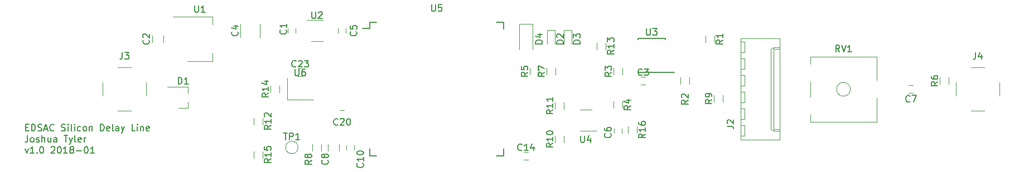
<source format=gbr>
G04 #@! TF.FileFunction,Legend,Top*
%FSLAX46Y46*%
G04 Gerber Fmt 4.6, Leading zero omitted, Abs format (unit mm)*
G04 Created by KiCad (PCBNEW 4.0.7) date 01/20/18 15:01:13*
%MOMM*%
%LPD*%
G01*
G04 APERTURE LIST*
%ADD10C,0.100000*%
%ADD11C,0.200000*%
%ADD12C,0.150000*%
%ADD13C,0.120000*%
G04 APERTURE END LIST*
D10*
D11*
X65008095Y-54108571D02*
X65341429Y-54108571D01*
X65484286Y-54632381D02*
X65008095Y-54632381D01*
X65008095Y-53632381D01*
X65484286Y-53632381D01*
X65912857Y-54632381D02*
X65912857Y-53632381D01*
X66150952Y-53632381D01*
X66293810Y-53680000D01*
X66389048Y-53775238D01*
X66436667Y-53870476D01*
X66484286Y-54060952D01*
X66484286Y-54203810D01*
X66436667Y-54394286D01*
X66389048Y-54489524D01*
X66293810Y-54584762D01*
X66150952Y-54632381D01*
X65912857Y-54632381D01*
X66865238Y-54584762D02*
X67008095Y-54632381D01*
X67246191Y-54632381D01*
X67341429Y-54584762D01*
X67389048Y-54537143D01*
X67436667Y-54441905D01*
X67436667Y-54346667D01*
X67389048Y-54251429D01*
X67341429Y-54203810D01*
X67246191Y-54156190D01*
X67055714Y-54108571D01*
X66960476Y-54060952D01*
X66912857Y-54013333D01*
X66865238Y-53918095D01*
X66865238Y-53822857D01*
X66912857Y-53727619D01*
X66960476Y-53680000D01*
X67055714Y-53632381D01*
X67293810Y-53632381D01*
X67436667Y-53680000D01*
X67817619Y-54346667D02*
X68293810Y-54346667D01*
X67722381Y-54632381D02*
X68055714Y-53632381D01*
X68389048Y-54632381D01*
X69293810Y-54537143D02*
X69246191Y-54584762D01*
X69103334Y-54632381D01*
X69008096Y-54632381D01*
X68865238Y-54584762D01*
X68770000Y-54489524D01*
X68722381Y-54394286D01*
X68674762Y-54203810D01*
X68674762Y-54060952D01*
X68722381Y-53870476D01*
X68770000Y-53775238D01*
X68865238Y-53680000D01*
X69008096Y-53632381D01*
X69103334Y-53632381D01*
X69246191Y-53680000D01*
X69293810Y-53727619D01*
X70436667Y-54584762D02*
X70579524Y-54632381D01*
X70817620Y-54632381D01*
X70912858Y-54584762D01*
X70960477Y-54537143D01*
X71008096Y-54441905D01*
X71008096Y-54346667D01*
X70960477Y-54251429D01*
X70912858Y-54203810D01*
X70817620Y-54156190D01*
X70627143Y-54108571D01*
X70531905Y-54060952D01*
X70484286Y-54013333D01*
X70436667Y-53918095D01*
X70436667Y-53822857D01*
X70484286Y-53727619D01*
X70531905Y-53680000D01*
X70627143Y-53632381D01*
X70865239Y-53632381D01*
X71008096Y-53680000D01*
X71436667Y-54632381D02*
X71436667Y-53965714D01*
X71436667Y-53632381D02*
X71389048Y-53680000D01*
X71436667Y-53727619D01*
X71484286Y-53680000D01*
X71436667Y-53632381D01*
X71436667Y-53727619D01*
X72055714Y-54632381D02*
X71960476Y-54584762D01*
X71912857Y-54489524D01*
X71912857Y-53632381D01*
X72436667Y-54632381D02*
X72436667Y-53965714D01*
X72436667Y-53632381D02*
X72389048Y-53680000D01*
X72436667Y-53727619D01*
X72484286Y-53680000D01*
X72436667Y-53632381D01*
X72436667Y-53727619D01*
X73341429Y-54584762D02*
X73246191Y-54632381D01*
X73055714Y-54632381D01*
X72960476Y-54584762D01*
X72912857Y-54537143D01*
X72865238Y-54441905D01*
X72865238Y-54156190D01*
X72912857Y-54060952D01*
X72960476Y-54013333D01*
X73055714Y-53965714D01*
X73246191Y-53965714D01*
X73341429Y-54013333D01*
X73912857Y-54632381D02*
X73817619Y-54584762D01*
X73770000Y-54537143D01*
X73722381Y-54441905D01*
X73722381Y-54156190D01*
X73770000Y-54060952D01*
X73817619Y-54013333D01*
X73912857Y-53965714D01*
X74055715Y-53965714D01*
X74150953Y-54013333D01*
X74198572Y-54060952D01*
X74246191Y-54156190D01*
X74246191Y-54441905D01*
X74198572Y-54537143D01*
X74150953Y-54584762D01*
X74055715Y-54632381D01*
X73912857Y-54632381D01*
X74674762Y-53965714D02*
X74674762Y-54632381D01*
X74674762Y-54060952D02*
X74722381Y-54013333D01*
X74817619Y-53965714D01*
X74960477Y-53965714D01*
X75055715Y-54013333D01*
X75103334Y-54108571D01*
X75103334Y-54632381D01*
X76341429Y-54632381D02*
X76341429Y-53632381D01*
X76579524Y-53632381D01*
X76722382Y-53680000D01*
X76817620Y-53775238D01*
X76865239Y-53870476D01*
X76912858Y-54060952D01*
X76912858Y-54203810D01*
X76865239Y-54394286D01*
X76817620Y-54489524D01*
X76722382Y-54584762D01*
X76579524Y-54632381D01*
X76341429Y-54632381D01*
X77722382Y-54584762D02*
X77627144Y-54632381D01*
X77436667Y-54632381D01*
X77341429Y-54584762D01*
X77293810Y-54489524D01*
X77293810Y-54108571D01*
X77341429Y-54013333D01*
X77436667Y-53965714D01*
X77627144Y-53965714D01*
X77722382Y-54013333D01*
X77770001Y-54108571D01*
X77770001Y-54203810D01*
X77293810Y-54299048D01*
X78341429Y-54632381D02*
X78246191Y-54584762D01*
X78198572Y-54489524D01*
X78198572Y-53632381D01*
X79150954Y-54632381D02*
X79150954Y-54108571D01*
X79103335Y-54013333D01*
X79008097Y-53965714D01*
X78817620Y-53965714D01*
X78722382Y-54013333D01*
X79150954Y-54584762D02*
X79055716Y-54632381D01*
X78817620Y-54632381D01*
X78722382Y-54584762D01*
X78674763Y-54489524D01*
X78674763Y-54394286D01*
X78722382Y-54299048D01*
X78817620Y-54251429D01*
X79055716Y-54251429D01*
X79150954Y-54203810D01*
X79531906Y-53965714D02*
X79770001Y-54632381D01*
X80008097Y-53965714D02*
X79770001Y-54632381D01*
X79674763Y-54870476D01*
X79627144Y-54918095D01*
X79531906Y-54965714D01*
X81627145Y-54632381D02*
X81150954Y-54632381D01*
X81150954Y-53632381D01*
X81960478Y-54632381D02*
X81960478Y-53965714D01*
X81960478Y-53632381D02*
X81912859Y-53680000D01*
X81960478Y-53727619D01*
X82008097Y-53680000D01*
X81960478Y-53632381D01*
X81960478Y-53727619D01*
X82436668Y-53965714D02*
X82436668Y-54632381D01*
X82436668Y-54060952D02*
X82484287Y-54013333D01*
X82579525Y-53965714D01*
X82722383Y-53965714D01*
X82817621Y-54013333D01*
X82865240Y-54108571D01*
X82865240Y-54632381D01*
X83722383Y-54584762D02*
X83627145Y-54632381D01*
X83436668Y-54632381D01*
X83341430Y-54584762D01*
X83293811Y-54489524D01*
X83293811Y-54108571D01*
X83341430Y-54013333D01*
X83436668Y-53965714D01*
X83627145Y-53965714D01*
X83722383Y-54013333D01*
X83770002Y-54108571D01*
X83770002Y-54203810D01*
X83293811Y-54299048D01*
X65293810Y-55332381D02*
X65293810Y-56046667D01*
X65246190Y-56189524D01*
X65150952Y-56284762D01*
X65008095Y-56332381D01*
X64912857Y-56332381D01*
X65912857Y-56332381D02*
X65817619Y-56284762D01*
X65770000Y-56237143D01*
X65722381Y-56141905D01*
X65722381Y-55856190D01*
X65770000Y-55760952D01*
X65817619Y-55713333D01*
X65912857Y-55665714D01*
X66055715Y-55665714D01*
X66150953Y-55713333D01*
X66198572Y-55760952D01*
X66246191Y-55856190D01*
X66246191Y-56141905D01*
X66198572Y-56237143D01*
X66150953Y-56284762D01*
X66055715Y-56332381D01*
X65912857Y-56332381D01*
X66627143Y-56284762D02*
X66722381Y-56332381D01*
X66912857Y-56332381D01*
X67008096Y-56284762D01*
X67055715Y-56189524D01*
X67055715Y-56141905D01*
X67008096Y-56046667D01*
X66912857Y-55999048D01*
X66770000Y-55999048D01*
X66674762Y-55951429D01*
X66627143Y-55856190D01*
X66627143Y-55808571D01*
X66674762Y-55713333D01*
X66770000Y-55665714D01*
X66912857Y-55665714D01*
X67008096Y-55713333D01*
X67484286Y-56332381D02*
X67484286Y-55332381D01*
X67912858Y-56332381D02*
X67912858Y-55808571D01*
X67865239Y-55713333D01*
X67770001Y-55665714D01*
X67627143Y-55665714D01*
X67531905Y-55713333D01*
X67484286Y-55760952D01*
X68817620Y-55665714D02*
X68817620Y-56332381D01*
X68389048Y-55665714D02*
X68389048Y-56189524D01*
X68436667Y-56284762D01*
X68531905Y-56332381D01*
X68674763Y-56332381D01*
X68770001Y-56284762D01*
X68817620Y-56237143D01*
X69722382Y-56332381D02*
X69722382Y-55808571D01*
X69674763Y-55713333D01*
X69579525Y-55665714D01*
X69389048Y-55665714D01*
X69293810Y-55713333D01*
X69722382Y-56284762D02*
X69627144Y-56332381D01*
X69389048Y-56332381D01*
X69293810Y-56284762D01*
X69246191Y-56189524D01*
X69246191Y-56094286D01*
X69293810Y-55999048D01*
X69389048Y-55951429D01*
X69627144Y-55951429D01*
X69722382Y-55903810D01*
X70817620Y-55332381D02*
X71389049Y-55332381D01*
X71103334Y-56332381D02*
X71103334Y-55332381D01*
X71627144Y-55665714D02*
X71865239Y-56332381D01*
X72103335Y-55665714D02*
X71865239Y-56332381D01*
X71770001Y-56570476D01*
X71722382Y-56618095D01*
X71627144Y-56665714D01*
X72627144Y-56332381D02*
X72531906Y-56284762D01*
X72484287Y-56189524D01*
X72484287Y-55332381D01*
X73389050Y-56284762D02*
X73293812Y-56332381D01*
X73103335Y-56332381D01*
X73008097Y-56284762D01*
X72960478Y-56189524D01*
X72960478Y-55808571D01*
X73008097Y-55713333D01*
X73103335Y-55665714D01*
X73293812Y-55665714D01*
X73389050Y-55713333D01*
X73436669Y-55808571D01*
X73436669Y-55903810D01*
X72960478Y-55999048D01*
X73865240Y-56332381D02*
X73865240Y-55665714D01*
X73865240Y-55856190D02*
X73912859Y-55760952D01*
X73960478Y-55713333D01*
X74055716Y-55665714D01*
X74150955Y-55665714D01*
X64912857Y-57365714D02*
X65150952Y-58032381D01*
X65389048Y-57365714D01*
X66293810Y-58032381D02*
X65722381Y-58032381D01*
X66008095Y-58032381D02*
X66008095Y-57032381D01*
X65912857Y-57175238D01*
X65817619Y-57270476D01*
X65722381Y-57318095D01*
X66722381Y-57937143D02*
X66770000Y-57984762D01*
X66722381Y-58032381D01*
X66674762Y-57984762D01*
X66722381Y-57937143D01*
X66722381Y-58032381D01*
X67389047Y-57032381D02*
X67484286Y-57032381D01*
X67579524Y-57080000D01*
X67627143Y-57127619D01*
X67674762Y-57222857D01*
X67722381Y-57413333D01*
X67722381Y-57651429D01*
X67674762Y-57841905D01*
X67627143Y-57937143D01*
X67579524Y-57984762D01*
X67484286Y-58032381D01*
X67389047Y-58032381D01*
X67293809Y-57984762D01*
X67246190Y-57937143D01*
X67198571Y-57841905D01*
X67150952Y-57651429D01*
X67150952Y-57413333D01*
X67198571Y-57222857D01*
X67246190Y-57127619D01*
X67293809Y-57080000D01*
X67389047Y-57032381D01*
X68865238Y-57127619D02*
X68912857Y-57080000D01*
X69008095Y-57032381D01*
X69246191Y-57032381D01*
X69341429Y-57080000D01*
X69389048Y-57127619D01*
X69436667Y-57222857D01*
X69436667Y-57318095D01*
X69389048Y-57460952D01*
X68817619Y-58032381D01*
X69436667Y-58032381D01*
X70055714Y-57032381D02*
X70150953Y-57032381D01*
X70246191Y-57080000D01*
X70293810Y-57127619D01*
X70341429Y-57222857D01*
X70389048Y-57413333D01*
X70389048Y-57651429D01*
X70341429Y-57841905D01*
X70293810Y-57937143D01*
X70246191Y-57984762D01*
X70150953Y-58032381D01*
X70055714Y-58032381D01*
X69960476Y-57984762D01*
X69912857Y-57937143D01*
X69865238Y-57841905D01*
X69817619Y-57651429D01*
X69817619Y-57413333D01*
X69865238Y-57222857D01*
X69912857Y-57127619D01*
X69960476Y-57080000D01*
X70055714Y-57032381D01*
X71341429Y-58032381D02*
X70770000Y-58032381D01*
X71055714Y-58032381D02*
X71055714Y-57032381D01*
X70960476Y-57175238D01*
X70865238Y-57270476D01*
X70770000Y-57318095D01*
X71912857Y-57460952D02*
X71817619Y-57413333D01*
X71770000Y-57365714D01*
X71722381Y-57270476D01*
X71722381Y-57222857D01*
X71770000Y-57127619D01*
X71817619Y-57080000D01*
X71912857Y-57032381D01*
X72103334Y-57032381D01*
X72198572Y-57080000D01*
X72246191Y-57127619D01*
X72293810Y-57222857D01*
X72293810Y-57270476D01*
X72246191Y-57365714D01*
X72198572Y-57413333D01*
X72103334Y-57460952D01*
X71912857Y-57460952D01*
X71817619Y-57508571D01*
X71770000Y-57556190D01*
X71722381Y-57651429D01*
X71722381Y-57841905D01*
X71770000Y-57937143D01*
X71817619Y-57984762D01*
X71912857Y-58032381D01*
X72103334Y-58032381D01*
X72198572Y-57984762D01*
X72246191Y-57937143D01*
X72293810Y-57841905D01*
X72293810Y-57651429D01*
X72246191Y-57556190D01*
X72198572Y-57508571D01*
X72103334Y-57460952D01*
X72722381Y-57651429D02*
X73484286Y-57651429D01*
X74150952Y-57032381D02*
X74246191Y-57032381D01*
X74341429Y-57080000D01*
X74389048Y-57127619D01*
X74436667Y-57222857D01*
X74484286Y-57413333D01*
X74484286Y-57651429D01*
X74436667Y-57841905D01*
X74389048Y-57937143D01*
X74341429Y-57984762D01*
X74246191Y-58032381D01*
X74150952Y-58032381D01*
X74055714Y-57984762D01*
X74008095Y-57937143D01*
X73960476Y-57841905D01*
X73912857Y-57651429D01*
X73912857Y-57413333D01*
X73960476Y-57222857D01*
X74008095Y-57127619D01*
X74055714Y-57080000D01*
X74150952Y-57032381D01*
X75436667Y-58032381D02*
X74865238Y-58032381D01*
X75150952Y-58032381D02*
X75150952Y-57032381D01*
X75055714Y-57175238D01*
X74960476Y-57270476D01*
X74865238Y-57318095D01*
D12*
X117215000Y-38085000D02*
X117215000Y-39085000D01*
X137565000Y-38085000D02*
X137565000Y-39160000D01*
X137565000Y-58435000D02*
X137565000Y-57360000D01*
X117215000Y-58435000D02*
X117215000Y-57360000D01*
X117215000Y-38085000D02*
X118290000Y-38085000D01*
X117215000Y-58435000D02*
X118290000Y-58435000D01*
X137565000Y-58435000D02*
X136490000Y-58435000D01*
X137565000Y-38085000D02*
X136490000Y-38085000D01*
X117215000Y-39085000D02*
X116115000Y-39085000D01*
D13*
X106010000Y-39020000D02*
X106010000Y-39720000D01*
X104810000Y-39720000D02*
X104810000Y-39020000D01*
X84240000Y-40140000D02*
X84240000Y-41140000D01*
X85940000Y-41140000D02*
X85940000Y-40140000D01*
X158400000Y-46390000D02*
X159100000Y-46390000D01*
X159100000Y-47590000D02*
X158400000Y-47590000D01*
X97580000Y-38370000D02*
X97580000Y-40370000D01*
X100540000Y-40370000D02*
X100540000Y-38370000D01*
X113630000Y-39020000D02*
X113630000Y-39720000D01*
X112430000Y-39720000D02*
X112430000Y-39020000D01*
X155540000Y-54260000D02*
X155540000Y-54960000D01*
X154340000Y-54960000D02*
X154340000Y-54260000D01*
X199740000Y-48860000D02*
X199040000Y-48860000D01*
X199040000Y-47660000D02*
X199740000Y-47660000D01*
X110910000Y-56650000D02*
X110910000Y-57650000D01*
X112610000Y-57650000D02*
X112610000Y-56650000D01*
X113700000Y-57500000D02*
X113700000Y-56800000D01*
X114900000Y-56800000D02*
X114900000Y-57500000D01*
X140620000Y-57820000D02*
X141320000Y-57820000D01*
X141320000Y-59020000D02*
X140620000Y-59020000D01*
X113380000Y-52670000D02*
X112680000Y-52670000D01*
X112680000Y-51470000D02*
X113380000Y-51470000D01*
X106330000Y-45120000D02*
X107030000Y-45120000D01*
X107030000Y-46320000D02*
X106330000Y-46320000D01*
X89660000Y-51110000D02*
X89660000Y-50180000D01*
X89660000Y-47950000D02*
X89660000Y-48880000D01*
X89660000Y-47950000D02*
X86500000Y-47950000D01*
X89660000Y-51110000D02*
X88200000Y-51110000D01*
X145350000Y-39340000D02*
X144210000Y-39340000D01*
X144210000Y-39340000D02*
X144210000Y-41440000D01*
X145350000Y-39340000D02*
X145350000Y-41440000D01*
X147890000Y-39340000D02*
X146750000Y-39340000D01*
X146750000Y-39340000D02*
X146750000Y-41440000D01*
X147890000Y-39340000D02*
X147890000Y-41440000D01*
X141970000Y-38390000D02*
X139970000Y-38390000D01*
X139970000Y-38390000D02*
X139970000Y-42290000D01*
X141970000Y-38390000D02*
X141970000Y-42290000D01*
X173510000Y-55980000D02*
X179510000Y-55980000D01*
X179510000Y-55980000D02*
X179510000Y-40540000D01*
X179510000Y-40540000D02*
X173510000Y-40540000D01*
X173510000Y-40540000D02*
X173510000Y-55980000D01*
X179510000Y-54610000D02*
X178510000Y-54610000D01*
X178510000Y-54610000D02*
X178510000Y-41910000D01*
X178510000Y-41910000D02*
X179510000Y-41910000D01*
X178510000Y-54610000D02*
X178080000Y-54360000D01*
X178080000Y-54360000D02*
X178080000Y-42160000D01*
X178080000Y-42160000D02*
X178510000Y-41910000D01*
X179510000Y-54360000D02*
X178510000Y-54360000D01*
X179510000Y-42160000D02*
X178510000Y-42160000D01*
X173510000Y-55410000D02*
X174130000Y-55410000D01*
X174130000Y-55410000D02*
X174130000Y-53810000D01*
X174130000Y-53810000D02*
X173510000Y-53810000D01*
X173510000Y-52870000D02*
X174130000Y-52870000D01*
X174130000Y-52870000D02*
X174130000Y-51270000D01*
X174130000Y-51270000D02*
X173510000Y-51270000D01*
X173510000Y-50330000D02*
X174130000Y-50330000D01*
X174130000Y-50330000D02*
X174130000Y-48730000D01*
X174130000Y-48730000D02*
X173510000Y-48730000D01*
X173510000Y-47790000D02*
X174130000Y-47790000D01*
X174130000Y-47790000D02*
X174130000Y-46190000D01*
X174130000Y-46190000D02*
X173510000Y-46190000D01*
X173510000Y-45250000D02*
X174130000Y-45250000D01*
X174130000Y-45250000D02*
X174130000Y-43650000D01*
X174130000Y-43650000D02*
X173510000Y-43650000D01*
X173510000Y-42710000D02*
X174130000Y-42710000D01*
X174130000Y-42710000D02*
X174130000Y-41110000D01*
X174130000Y-41110000D02*
X173510000Y-41110000D01*
X79010000Y-44960000D02*
X81010000Y-44960000D01*
X79010000Y-51560000D02*
X81010000Y-51560000D01*
X83310000Y-47260000D02*
X83310000Y-49260000D01*
X76710000Y-47260000D02*
X76710000Y-49260000D01*
X208550000Y-44960000D02*
X210550000Y-44960000D01*
X208550000Y-51560000D02*
X210550000Y-51560000D01*
X212850000Y-47260000D02*
X212850000Y-49260000D01*
X206250000Y-47260000D02*
X206250000Y-49260000D01*
X168230000Y-41140000D02*
X168230000Y-40140000D01*
X169590000Y-40140000D02*
X169590000Y-41140000D01*
X165780000Y-46490000D02*
X165780000Y-47490000D01*
X164420000Y-47490000D02*
X164420000Y-46490000D01*
X155620000Y-45050000D02*
X155620000Y-46050000D01*
X154260000Y-46050000D02*
X154260000Y-45050000D01*
X154260000Y-51130000D02*
X154260000Y-50130000D01*
X155620000Y-50130000D02*
X155620000Y-51130000D01*
X142920000Y-45050000D02*
X142920000Y-46050000D01*
X141560000Y-46050000D02*
X141560000Y-45050000D01*
X205150000Y-46490000D02*
X205150000Y-47490000D01*
X203790000Y-47490000D02*
X203790000Y-46490000D01*
X145460000Y-45050000D02*
X145460000Y-46050000D01*
X144100000Y-46050000D02*
X144100000Y-45050000D01*
X109900000Y-56650000D02*
X109900000Y-57650000D01*
X108540000Y-57650000D02*
X108540000Y-56650000D01*
X170860000Y-49200000D02*
X170860000Y-50200000D01*
X169500000Y-50200000D02*
X169500000Y-49200000D01*
X146730000Y-55380000D02*
X146730000Y-56380000D01*
X145370000Y-56380000D02*
X145370000Y-55380000D01*
X146730000Y-50300000D02*
X146730000Y-51300000D01*
X145370000Y-51300000D02*
X145370000Y-50300000D01*
X99650000Y-53670000D02*
X99650000Y-52670000D01*
X101010000Y-52670000D02*
X101010000Y-53670000D01*
X151720000Y-42240000D02*
X151720000Y-41240000D01*
X153080000Y-41240000D02*
X153080000Y-42240000D01*
X103550000Y-47760000D02*
X103550000Y-48760000D01*
X102190000Y-48760000D02*
X102190000Y-47760000D01*
X99650000Y-58750000D02*
X99650000Y-57750000D01*
X101010000Y-57750000D02*
X101010000Y-58750000D01*
X190200000Y-48300000D02*
G75*
G03X190200000Y-48300000I-1050000J0D01*
G01*
X184090000Y-43339000D02*
X194210000Y-43339000D01*
X184090000Y-53260000D02*
X194210000Y-53260000D01*
X184090000Y-43339000D02*
X184090000Y-44435000D01*
X184090000Y-47165000D02*
X184090000Y-49435000D01*
X184090000Y-52165000D02*
X184090000Y-53260000D01*
X194210000Y-43339000D02*
X194210000Y-46935000D01*
X194210000Y-49665000D02*
X194210000Y-53260000D01*
X106360000Y-57150000D02*
G75*
G03X106360000Y-57150000I-950000J0D01*
G01*
X93350000Y-44050000D02*
X93350000Y-42790000D01*
X93350000Y-37230000D02*
X93350000Y-38490000D01*
X89590000Y-44050000D02*
X93350000Y-44050000D01*
X87340000Y-37230000D02*
X93350000Y-37230000D01*
X108320000Y-40980000D02*
X110120000Y-40980000D01*
X110120000Y-37760000D02*
X107670000Y-37760000D01*
D12*
X162095000Y-45755000D02*
X162095000Y-45705000D01*
X157945000Y-45755000D02*
X157945000Y-45610000D01*
X157945000Y-40605000D02*
X157945000Y-40750000D01*
X162095000Y-40605000D02*
X162095000Y-40750000D01*
X162095000Y-45755000D02*
X157945000Y-45755000D01*
X162095000Y-40605000D02*
X157945000Y-40605000D01*
X162095000Y-45705000D02*
X163495000Y-45705000D01*
D13*
X150930000Y-51410000D02*
X149130000Y-51410000D01*
X149130000Y-54630000D02*
X151580000Y-54630000D01*
X104680000Y-46610000D02*
X104680000Y-49910000D01*
X104680000Y-49910000D02*
X108680000Y-49910000D01*
X156480000Y-54960000D02*
X156480000Y-53960000D01*
X157840000Y-53960000D02*
X157840000Y-54960000D01*
D12*
X126628095Y-35437381D02*
X126628095Y-36246905D01*
X126675714Y-36342143D01*
X126723333Y-36389762D01*
X126818571Y-36437381D01*
X127009048Y-36437381D01*
X127104286Y-36389762D01*
X127151905Y-36342143D01*
X127199524Y-36246905D01*
X127199524Y-35437381D01*
X128151905Y-35437381D02*
X127675714Y-35437381D01*
X127628095Y-35913571D01*
X127675714Y-35865952D01*
X127770952Y-35818333D01*
X128009048Y-35818333D01*
X128104286Y-35865952D01*
X128151905Y-35913571D01*
X128199524Y-36008810D01*
X128199524Y-36246905D01*
X128151905Y-36342143D01*
X128104286Y-36389762D01*
X128009048Y-36437381D01*
X127770952Y-36437381D01*
X127675714Y-36389762D01*
X127628095Y-36342143D01*
X104497143Y-39282666D02*
X104544762Y-39330285D01*
X104592381Y-39473142D01*
X104592381Y-39568380D01*
X104544762Y-39711238D01*
X104449524Y-39806476D01*
X104354286Y-39854095D01*
X104163810Y-39901714D01*
X104020952Y-39901714D01*
X103830476Y-39854095D01*
X103735238Y-39806476D01*
X103640000Y-39711238D01*
X103592381Y-39568380D01*
X103592381Y-39473142D01*
X103640000Y-39330285D01*
X103687619Y-39282666D01*
X104592381Y-38330285D02*
X104592381Y-38901714D01*
X104592381Y-38616000D02*
X103592381Y-38616000D01*
X103735238Y-38711238D01*
X103830476Y-38806476D01*
X103878095Y-38901714D01*
X83697143Y-40806666D02*
X83744762Y-40854285D01*
X83792381Y-40997142D01*
X83792381Y-41092380D01*
X83744762Y-41235238D01*
X83649524Y-41330476D01*
X83554286Y-41378095D01*
X83363810Y-41425714D01*
X83220952Y-41425714D01*
X83030476Y-41378095D01*
X82935238Y-41330476D01*
X82840000Y-41235238D01*
X82792381Y-41092380D01*
X82792381Y-40997142D01*
X82840000Y-40854285D01*
X82887619Y-40806666D01*
X82887619Y-40425714D02*
X82840000Y-40378095D01*
X82792381Y-40282857D01*
X82792381Y-40044761D01*
X82840000Y-39949523D01*
X82887619Y-39901904D01*
X82982857Y-39854285D01*
X83078095Y-39854285D01*
X83220952Y-39901904D01*
X83792381Y-40473333D01*
X83792381Y-39854285D01*
X158583334Y-46097143D02*
X158535715Y-46144762D01*
X158392858Y-46192381D01*
X158297620Y-46192381D01*
X158154762Y-46144762D01*
X158059524Y-46049524D01*
X158011905Y-45954286D01*
X157964286Y-45763810D01*
X157964286Y-45620952D01*
X158011905Y-45430476D01*
X158059524Y-45335238D01*
X158154762Y-45240000D01*
X158297620Y-45192381D01*
X158392858Y-45192381D01*
X158535715Y-45240000D01*
X158583334Y-45287619D01*
X158916667Y-45192381D02*
X159535715Y-45192381D01*
X159202381Y-45573333D01*
X159345239Y-45573333D01*
X159440477Y-45620952D01*
X159488096Y-45668571D01*
X159535715Y-45763810D01*
X159535715Y-46001905D01*
X159488096Y-46097143D01*
X159440477Y-46144762D01*
X159345239Y-46192381D01*
X159059524Y-46192381D01*
X158964286Y-46144762D01*
X158916667Y-46097143D01*
X97167143Y-39536666D02*
X97214762Y-39584285D01*
X97262381Y-39727142D01*
X97262381Y-39822380D01*
X97214762Y-39965238D01*
X97119524Y-40060476D01*
X97024286Y-40108095D01*
X96833810Y-40155714D01*
X96690952Y-40155714D01*
X96500476Y-40108095D01*
X96405238Y-40060476D01*
X96310000Y-39965238D01*
X96262381Y-39822380D01*
X96262381Y-39727142D01*
X96310000Y-39584285D01*
X96357619Y-39536666D01*
X96595714Y-38679523D02*
X97262381Y-38679523D01*
X96214762Y-38917619D02*
X96929048Y-39155714D01*
X96929048Y-38536666D01*
X115165143Y-39536666D02*
X115212762Y-39584285D01*
X115260381Y-39727142D01*
X115260381Y-39822380D01*
X115212762Y-39965238D01*
X115117524Y-40060476D01*
X115022286Y-40108095D01*
X114831810Y-40155714D01*
X114688952Y-40155714D01*
X114498476Y-40108095D01*
X114403238Y-40060476D01*
X114308000Y-39965238D01*
X114260381Y-39822380D01*
X114260381Y-39727142D01*
X114308000Y-39584285D01*
X114355619Y-39536666D01*
X114260381Y-38631904D02*
X114260381Y-39108095D01*
X114736571Y-39155714D01*
X114688952Y-39108095D01*
X114641333Y-39012857D01*
X114641333Y-38774761D01*
X114688952Y-38679523D01*
X114736571Y-38631904D01*
X114831810Y-38584285D01*
X115069905Y-38584285D01*
X115165143Y-38631904D01*
X115212762Y-38679523D01*
X115260381Y-38774761D01*
X115260381Y-39012857D01*
X115212762Y-39108095D01*
X115165143Y-39155714D01*
X153773143Y-55030666D02*
X153820762Y-55078285D01*
X153868381Y-55221142D01*
X153868381Y-55316380D01*
X153820762Y-55459238D01*
X153725524Y-55554476D01*
X153630286Y-55602095D01*
X153439810Y-55649714D01*
X153296952Y-55649714D01*
X153106476Y-55602095D01*
X153011238Y-55554476D01*
X152916000Y-55459238D01*
X152868381Y-55316380D01*
X152868381Y-55221142D01*
X152916000Y-55078285D01*
X152963619Y-55030666D01*
X152868381Y-54173523D02*
X152868381Y-54364000D01*
X152916000Y-54459238D01*
X152963619Y-54506857D01*
X153106476Y-54602095D01*
X153296952Y-54649714D01*
X153677905Y-54649714D01*
X153773143Y-54602095D01*
X153820762Y-54554476D01*
X153868381Y-54459238D01*
X153868381Y-54268761D01*
X153820762Y-54173523D01*
X153773143Y-54125904D01*
X153677905Y-54078285D01*
X153439810Y-54078285D01*
X153344571Y-54125904D01*
X153296952Y-54173523D01*
X153249333Y-54268761D01*
X153249333Y-54459238D01*
X153296952Y-54554476D01*
X153344571Y-54602095D01*
X153439810Y-54649714D01*
X199223334Y-50141143D02*
X199175715Y-50188762D01*
X199032858Y-50236381D01*
X198937620Y-50236381D01*
X198794762Y-50188762D01*
X198699524Y-50093524D01*
X198651905Y-49998286D01*
X198604286Y-49807810D01*
X198604286Y-49664952D01*
X198651905Y-49474476D01*
X198699524Y-49379238D01*
X198794762Y-49284000D01*
X198937620Y-49236381D01*
X199032858Y-49236381D01*
X199175715Y-49284000D01*
X199223334Y-49331619D01*
X199556667Y-49236381D02*
X200223334Y-49236381D01*
X199794762Y-50236381D01*
X110847143Y-59094666D02*
X110894762Y-59142285D01*
X110942381Y-59285142D01*
X110942381Y-59380380D01*
X110894762Y-59523238D01*
X110799524Y-59618476D01*
X110704286Y-59666095D01*
X110513810Y-59713714D01*
X110370952Y-59713714D01*
X110180476Y-59666095D01*
X110085238Y-59618476D01*
X109990000Y-59523238D01*
X109942381Y-59380380D01*
X109942381Y-59285142D01*
X109990000Y-59142285D01*
X110037619Y-59094666D01*
X110370952Y-58523238D02*
X110323333Y-58618476D01*
X110275714Y-58666095D01*
X110180476Y-58713714D01*
X110132857Y-58713714D01*
X110037619Y-58666095D01*
X109990000Y-58618476D01*
X109942381Y-58523238D01*
X109942381Y-58332761D01*
X109990000Y-58237523D01*
X110037619Y-58189904D01*
X110132857Y-58142285D01*
X110180476Y-58142285D01*
X110275714Y-58189904D01*
X110323333Y-58237523D01*
X110370952Y-58332761D01*
X110370952Y-58523238D01*
X110418571Y-58618476D01*
X110466190Y-58666095D01*
X110561429Y-58713714D01*
X110751905Y-58713714D01*
X110847143Y-58666095D01*
X110894762Y-58618476D01*
X110942381Y-58523238D01*
X110942381Y-58332761D01*
X110894762Y-58237523D01*
X110847143Y-58189904D01*
X110751905Y-58142285D01*
X110561429Y-58142285D01*
X110466190Y-58189904D01*
X110418571Y-58237523D01*
X110370952Y-58332761D01*
X116181143Y-59570857D02*
X116228762Y-59618476D01*
X116276381Y-59761333D01*
X116276381Y-59856571D01*
X116228762Y-59999429D01*
X116133524Y-60094667D01*
X116038286Y-60142286D01*
X115847810Y-60189905D01*
X115704952Y-60189905D01*
X115514476Y-60142286D01*
X115419238Y-60094667D01*
X115324000Y-59999429D01*
X115276381Y-59856571D01*
X115276381Y-59761333D01*
X115324000Y-59618476D01*
X115371619Y-59570857D01*
X116276381Y-58618476D02*
X116276381Y-59189905D01*
X116276381Y-58904191D02*
X115276381Y-58904191D01*
X115419238Y-58999429D01*
X115514476Y-59094667D01*
X115562095Y-59189905D01*
X115276381Y-57999429D02*
X115276381Y-57904190D01*
X115324000Y-57808952D01*
X115371619Y-57761333D01*
X115466857Y-57713714D01*
X115657333Y-57666095D01*
X115895429Y-57666095D01*
X116085905Y-57713714D01*
X116181143Y-57761333D01*
X116228762Y-57808952D01*
X116276381Y-57904190D01*
X116276381Y-57999429D01*
X116228762Y-58094667D01*
X116181143Y-58142286D01*
X116085905Y-58189905D01*
X115895429Y-58237524D01*
X115657333Y-58237524D01*
X115466857Y-58189905D01*
X115371619Y-58142286D01*
X115324000Y-58094667D01*
X115276381Y-57999429D01*
X140327143Y-57527143D02*
X140279524Y-57574762D01*
X140136667Y-57622381D01*
X140041429Y-57622381D01*
X139898571Y-57574762D01*
X139803333Y-57479524D01*
X139755714Y-57384286D01*
X139708095Y-57193810D01*
X139708095Y-57050952D01*
X139755714Y-56860476D01*
X139803333Y-56765238D01*
X139898571Y-56670000D01*
X140041429Y-56622381D01*
X140136667Y-56622381D01*
X140279524Y-56670000D01*
X140327143Y-56717619D01*
X141279524Y-57622381D02*
X140708095Y-57622381D01*
X140993809Y-57622381D02*
X140993809Y-56622381D01*
X140898571Y-56765238D01*
X140803333Y-56860476D01*
X140708095Y-56908095D01*
X142136667Y-56955714D02*
X142136667Y-57622381D01*
X141898571Y-56574762D02*
X141660476Y-57289048D01*
X142279524Y-57289048D01*
X112387143Y-53677143D02*
X112339524Y-53724762D01*
X112196667Y-53772381D01*
X112101429Y-53772381D01*
X111958571Y-53724762D01*
X111863333Y-53629524D01*
X111815714Y-53534286D01*
X111768095Y-53343810D01*
X111768095Y-53200952D01*
X111815714Y-53010476D01*
X111863333Y-52915238D01*
X111958571Y-52820000D01*
X112101429Y-52772381D01*
X112196667Y-52772381D01*
X112339524Y-52820000D01*
X112387143Y-52867619D01*
X112768095Y-52867619D02*
X112815714Y-52820000D01*
X112910952Y-52772381D01*
X113149048Y-52772381D01*
X113244286Y-52820000D01*
X113291905Y-52867619D01*
X113339524Y-52962857D01*
X113339524Y-53058095D01*
X113291905Y-53200952D01*
X112720476Y-53772381D01*
X113339524Y-53772381D01*
X113958571Y-52772381D02*
X114053810Y-52772381D01*
X114149048Y-52820000D01*
X114196667Y-52867619D01*
X114244286Y-52962857D01*
X114291905Y-53153333D01*
X114291905Y-53391429D01*
X114244286Y-53581905D01*
X114196667Y-53677143D01*
X114149048Y-53724762D01*
X114053810Y-53772381D01*
X113958571Y-53772381D01*
X113863333Y-53724762D01*
X113815714Y-53677143D01*
X113768095Y-53581905D01*
X113720476Y-53391429D01*
X113720476Y-53153333D01*
X113768095Y-52962857D01*
X113815714Y-52867619D01*
X113863333Y-52820000D01*
X113958571Y-52772381D01*
X106037143Y-44827143D02*
X105989524Y-44874762D01*
X105846667Y-44922381D01*
X105751429Y-44922381D01*
X105608571Y-44874762D01*
X105513333Y-44779524D01*
X105465714Y-44684286D01*
X105418095Y-44493810D01*
X105418095Y-44350952D01*
X105465714Y-44160476D01*
X105513333Y-44065238D01*
X105608571Y-43970000D01*
X105751429Y-43922381D01*
X105846667Y-43922381D01*
X105989524Y-43970000D01*
X106037143Y-44017619D01*
X106418095Y-44017619D02*
X106465714Y-43970000D01*
X106560952Y-43922381D01*
X106799048Y-43922381D01*
X106894286Y-43970000D01*
X106941905Y-44017619D01*
X106989524Y-44112857D01*
X106989524Y-44208095D01*
X106941905Y-44350952D01*
X106370476Y-44922381D01*
X106989524Y-44922381D01*
X107322857Y-43922381D02*
X107941905Y-43922381D01*
X107608571Y-44303333D01*
X107751429Y-44303333D01*
X107846667Y-44350952D01*
X107894286Y-44398571D01*
X107941905Y-44493810D01*
X107941905Y-44731905D01*
X107894286Y-44827143D01*
X107846667Y-44874762D01*
X107751429Y-44922381D01*
X107465714Y-44922381D01*
X107370476Y-44874762D01*
X107322857Y-44827143D01*
X88161905Y-47482381D02*
X88161905Y-46482381D01*
X88400000Y-46482381D01*
X88542858Y-46530000D01*
X88638096Y-46625238D01*
X88685715Y-46720476D01*
X88733334Y-46910952D01*
X88733334Y-47053810D01*
X88685715Y-47244286D01*
X88638096Y-47339524D01*
X88542858Y-47434762D01*
X88400000Y-47482381D01*
X88161905Y-47482381D01*
X89685715Y-47482381D02*
X89114286Y-47482381D01*
X89400000Y-47482381D02*
X89400000Y-46482381D01*
X89304762Y-46625238D01*
X89209524Y-46720476D01*
X89114286Y-46768095D01*
X146632381Y-41378095D02*
X145632381Y-41378095D01*
X145632381Y-41140000D01*
X145680000Y-40997142D01*
X145775238Y-40901904D01*
X145870476Y-40854285D01*
X146060952Y-40806666D01*
X146203810Y-40806666D01*
X146394286Y-40854285D01*
X146489524Y-40901904D01*
X146584762Y-40997142D01*
X146632381Y-41140000D01*
X146632381Y-41378095D01*
X145727619Y-40425714D02*
X145680000Y-40378095D01*
X145632381Y-40282857D01*
X145632381Y-40044761D01*
X145680000Y-39949523D01*
X145727619Y-39901904D01*
X145822857Y-39854285D01*
X145918095Y-39854285D01*
X146060952Y-39901904D01*
X146632381Y-40473333D01*
X146632381Y-39854285D01*
X149172381Y-41378095D02*
X148172381Y-41378095D01*
X148172381Y-41140000D01*
X148220000Y-40997142D01*
X148315238Y-40901904D01*
X148410476Y-40854285D01*
X148600952Y-40806666D01*
X148743810Y-40806666D01*
X148934286Y-40854285D01*
X149029524Y-40901904D01*
X149124762Y-40997142D01*
X149172381Y-41140000D01*
X149172381Y-41378095D01*
X148172381Y-40473333D02*
X148172381Y-39854285D01*
X148553333Y-40187619D01*
X148553333Y-40044761D01*
X148600952Y-39949523D01*
X148648571Y-39901904D01*
X148743810Y-39854285D01*
X148981905Y-39854285D01*
X149077143Y-39901904D01*
X149124762Y-39949523D01*
X149172381Y-40044761D01*
X149172381Y-40330476D01*
X149124762Y-40425714D01*
X149077143Y-40473333D01*
X143422381Y-41378095D02*
X142422381Y-41378095D01*
X142422381Y-41140000D01*
X142470000Y-40997142D01*
X142565238Y-40901904D01*
X142660476Y-40854285D01*
X142850952Y-40806666D01*
X142993810Y-40806666D01*
X143184286Y-40854285D01*
X143279524Y-40901904D01*
X143374762Y-40997142D01*
X143422381Y-41140000D01*
X143422381Y-41378095D01*
X142755714Y-39949523D02*
X143422381Y-39949523D01*
X142374762Y-40187619D02*
X143089048Y-40425714D01*
X143089048Y-39806666D01*
X171482381Y-53943333D02*
X172196667Y-53943333D01*
X172339524Y-53990953D01*
X172434762Y-54086191D01*
X172482381Y-54229048D01*
X172482381Y-54324286D01*
X171577619Y-53514762D02*
X171530000Y-53467143D01*
X171482381Y-53371905D01*
X171482381Y-53133809D01*
X171530000Y-53038571D01*
X171577619Y-52990952D01*
X171672857Y-52943333D01*
X171768095Y-52943333D01*
X171910952Y-52990952D01*
X172482381Y-53562381D01*
X172482381Y-52943333D01*
X79676667Y-42712381D02*
X79676667Y-43426667D01*
X79629047Y-43569524D01*
X79533809Y-43664762D01*
X79390952Y-43712381D01*
X79295714Y-43712381D01*
X80057619Y-42712381D02*
X80676667Y-42712381D01*
X80343333Y-43093333D01*
X80486191Y-43093333D01*
X80581429Y-43140952D01*
X80629048Y-43188571D01*
X80676667Y-43283810D01*
X80676667Y-43521905D01*
X80629048Y-43617143D01*
X80581429Y-43664762D01*
X80486191Y-43712381D01*
X80200476Y-43712381D01*
X80105238Y-43664762D01*
X80057619Y-43617143D01*
X209216667Y-42712381D02*
X209216667Y-43426667D01*
X209169047Y-43569524D01*
X209073809Y-43664762D01*
X208930952Y-43712381D01*
X208835714Y-43712381D01*
X210121429Y-43045714D02*
X210121429Y-43712381D01*
X209883333Y-42664762D02*
X209645238Y-43379048D01*
X210264286Y-43379048D01*
X170812381Y-40806666D02*
X170336190Y-41140000D01*
X170812381Y-41378095D02*
X169812381Y-41378095D01*
X169812381Y-40997142D01*
X169860000Y-40901904D01*
X169907619Y-40854285D01*
X170002857Y-40806666D01*
X170145714Y-40806666D01*
X170240952Y-40854285D01*
X170288571Y-40901904D01*
X170336190Y-40997142D01*
X170336190Y-41378095D01*
X170812381Y-39854285D02*
X170812381Y-40425714D01*
X170812381Y-40140000D02*
X169812381Y-40140000D01*
X169955238Y-40235238D01*
X170050476Y-40330476D01*
X170098095Y-40425714D01*
X165552381Y-49950666D02*
X165076190Y-50284000D01*
X165552381Y-50522095D02*
X164552381Y-50522095D01*
X164552381Y-50141142D01*
X164600000Y-50045904D01*
X164647619Y-49998285D01*
X164742857Y-49950666D01*
X164885714Y-49950666D01*
X164980952Y-49998285D01*
X165028571Y-50045904D01*
X165076190Y-50141142D01*
X165076190Y-50522095D01*
X164647619Y-49569714D02*
X164600000Y-49522095D01*
X164552381Y-49426857D01*
X164552381Y-49188761D01*
X164600000Y-49093523D01*
X164647619Y-49045904D01*
X164742857Y-48998285D01*
X164838095Y-48998285D01*
X164980952Y-49045904D01*
X165552381Y-49617333D01*
X165552381Y-48998285D01*
X153942381Y-45716666D02*
X153466190Y-46050000D01*
X153942381Y-46288095D02*
X152942381Y-46288095D01*
X152942381Y-45907142D01*
X152990000Y-45811904D01*
X153037619Y-45764285D01*
X153132857Y-45716666D01*
X153275714Y-45716666D01*
X153370952Y-45764285D01*
X153418571Y-45811904D01*
X153466190Y-45907142D01*
X153466190Y-46288095D01*
X152942381Y-45383333D02*
X152942381Y-44764285D01*
X153323333Y-45097619D01*
X153323333Y-44954761D01*
X153370952Y-44859523D01*
X153418571Y-44811904D01*
X153513810Y-44764285D01*
X153751905Y-44764285D01*
X153847143Y-44811904D01*
X153894762Y-44859523D01*
X153942381Y-44954761D01*
X153942381Y-45240476D01*
X153894762Y-45335714D01*
X153847143Y-45383333D01*
X156842381Y-50796666D02*
X156366190Y-51130000D01*
X156842381Y-51368095D02*
X155842381Y-51368095D01*
X155842381Y-50987142D01*
X155890000Y-50891904D01*
X155937619Y-50844285D01*
X156032857Y-50796666D01*
X156175714Y-50796666D01*
X156270952Y-50844285D01*
X156318571Y-50891904D01*
X156366190Y-50987142D01*
X156366190Y-51368095D01*
X156175714Y-49939523D02*
X156842381Y-49939523D01*
X155794762Y-50177619D02*
X156509048Y-50415714D01*
X156509048Y-49796666D01*
X141242381Y-45716666D02*
X140766190Y-46050000D01*
X141242381Y-46288095D02*
X140242381Y-46288095D01*
X140242381Y-45907142D01*
X140290000Y-45811904D01*
X140337619Y-45764285D01*
X140432857Y-45716666D01*
X140575714Y-45716666D01*
X140670952Y-45764285D01*
X140718571Y-45811904D01*
X140766190Y-45907142D01*
X140766190Y-46288095D01*
X140242381Y-44811904D02*
X140242381Y-45288095D01*
X140718571Y-45335714D01*
X140670952Y-45288095D01*
X140623333Y-45192857D01*
X140623333Y-44954761D01*
X140670952Y-44859523D01*
X140718571Y-44811904D01*
X140813810Y-44764285D01*
X141051905Y-44764285D01*
X141147143Y-44811904D01*
X141194762Y-44859523D01*
X141242381Y-44954761D01*
X141242381Y-45192857D01*
X141194762Y-45288095D01*
X141147143Y-45335714D01*
X203472381Y-47156666D02*
X202996190Y-47490000D01*
X203472381Y-47728095D02*
X202472381Y-47728095D01*
X202472381Y-47347142D01*
X202520000Y-47251904D01*
X202567619Y-47204285D01*
X202662857Y-47156666D01*
X202805714Y-47156666D01*
X202900952Y-47204285D01*
X202948571Y-47251904D01*
X202996190Y-47347142D01*
X202996190Y-47728095D01*
X202472381Y-46299523D02*
X202472381Y-46490000D01*
X202520000Y-46585238D01*
X202567619Y-46632857D01*
X202710476Y-46728095D01*
X202900952Y-46775714D01*
X203281905Y-46775714D01*
X203377143Y-46728095D01*
X203424762Y-46680476D01*
X203472381Y-46585238D01*
X203472381Y-46394761D01*
X203424762Y-46299523D01*
X203377143Y-46251904D01*
X203281905Y-46204285D01*
X203043810Y-46204285D01*
X202948571Y-46251904D01*
X202900952Y-46299523D01*
X202853333Y-46394761D01*
X202853333Y-46585238D01*
X202900952Y-46680476D01*
X202948571Y-46728095D01*
X203043810Y-46775714D01*
X143782381Y-45716666D02*
X143306190Y-46050000D01*
X143782381Y-46288095D02*
X142782381Y-46288095D01*
X142782381Y-45907142D01*
X142830000Y-45811904D01*
X142877619Y-45764285D01*
X142972857Y-45716666D01*
X143115714Y-45716666D01*
X143210952Y-45764285D01*
X143258571Y-45811904D01*
X143306190Y-45907142D01*
X143306190Y-46288095D01*
X142782381Y-45383333D02*
X142782381Y-44716666D01*
X143782381Y-45145238D01*
X108402381Y-59094666D02*
X107926190Y-59428000D01*
X108402381Y-59666095D02*
X107402381Y-59666095D01*
X107402381Y-59285142D01*
X107450000Y-59189904D01*
X107497619Y-59142285D01*
X107592857Y-59094666D01*
X107735714Y-59094666D01*
X107830952Y-59142285D01*
X107878571Y-59189904D01*
X107926190Y-59285142D01*
X107926190Y-59666095D01*
X107830952Y-58523238D02*
X107783333Y-58618476D01*
X107735714Y-58666095D01*
X107640476Y-58713714D01*
X107592857Y-58713714D01*
X107497619Y-58666095D01*
X107450000Y-58618476D01*
X107402381Y-58523238D01*
X107402381Y-58332761D01*
X107450000Y-58237523D01*
X107497619Y-58189904D01*
X107592857Y-58142285D01*
X107640476Y-58142285D01*
X107735714Y-58189904D01*
X107783333Y-58237523D01*
X107830952Y-58332761D01*
X107830952Y-58523238D01*
X107878571Y-58618476D01*
X107926190Y-58666095D01*
X108021429Y-58713714D01*
X108211905Y-58713714D01*
X108307143Y-58666095D01*
X108354762Y-58618476D01*
X108402381Y-58523238D01*
X108402381Y-58332761D01*
X108354762Y-58237523D01*
X108307143Y-58189904D01*
X108211905Y-58142285D01*
X108021429Y-58142285D01*
X107926190Y-58189904D01*
X107878571Y-58237523D01*
X107830952Y-58332761D01*
X169182381Y-49866666D02*
X168706190Y-50200000D01*
X169182381Y-50438095D02*
X168182381Y-50438095D01*
X168182381Y-50057142D01*
X168230000Y-49961904D01*
X168277619Y-49914285D01*
X168372857Y-49866666D01*
X168515714Y-49866666D01*
X168610952Y-49914285D01*
X168658571Y-49961904D01*
X168706190Y-50057142D01*
X168706190Y-50438095D01*
X169182381Y-49390476D02*
X169182381Y-49200000D01*
X169134762Y-49104761D01*
X169087143Y-49057142D01*
X168944286Y-48961904D01*
X168753810Y-48914285D01*
X168372857Y-48914285D01*
X168277619Y-48961904D01*
X168230000Y-49009523D01*
X168182381Y-49104761D01*
X168182381Y-49295238D01*
X168230000Y-49390476D01*
X168277619Y-49438095D01*
X168372857Y-49485714D01*
X168610952Y-49485714D01*
X168706190Y-49438095D01*
X168753810Y-49390476D01*
X168801429Y-49295238D01*
X168801429Y-49104761D01*
X168753810Y-49009523D01*
X168706190Y-48961904D01*
X168610952Y-48914285D01*
X145052381Y-56522857D02*
X144576190Y-56856191D01*
X145052381Y-57094286D02*
X144052381Y-57094286D01*
X144052381Y-56713333D01*
X144100000Y-56618095D01*
X144147619Y-56570476D01*
X144242857Y-56522857D01*
X144385714Y-56522857D01*
X144480952Y-56570476D01*
X144528571Y-56618095D01*
X144576190Y-56713333D01*
X144576190Y-57094286D01*
X145052381Y-55570476D02*
X145052381Y-56141905D01*
X145052381Y-55856191D02*
X144052381Y-55856191D01*
X144195238Y-55951429D01*
X144290476Y-56046667D01*
X144338095Y-56141905D01*
X144052381Y-54951429D02*
X144052381Y-54856190D01*
X144100000Y-54760952D01*
X144147619Y-54713333D01*
X144242857Y-54665714D01*
X144433333Y-54618095D01*
X144671429Y-54618095D01*
X144861905Y-54665714D01*
X144957143Y-54713333D01*
X145004762Y-54760952D01*
X145052381Y-54856190D01*
X145052381Y-54951429D01*
X145004762Y-55046667D01*
X144957143Y-55094286D01*
X144861905Y-55141905D01*
X144671429Y-55189524D01*
X144433333Y-55189524D01*
X144242857Y-55141905D01*
X144147619Y-55094286D01*
X144100000Y-55046667D01*
X144052381Y-54951429D01*
X145052381Y-51442857D02*
X144576190Y-51776191D01*
X145052381Y-52014286D02*
X144052381Y-52014286D01*
X144052381Y-51633333D01*
X144100000Y-51538095D01*
X144147619Y-51490476D01*
X144242857Y-51442857D01*
X144385714Y-51442857D01*
X144480952Y-51490476D01*
X144528571Y-51538095D01*
X144576190Y-51633333D01*
X144576190Y-52014286D01*
X145052381Y-50490476D02*
X145052381Y-51061905D01*
X145052381Y-50776191D02*
X144052381Y-50776191D01*
X144195238Y-50871429D01*
X144290476Y-50966667D01*
X144338095Y-51061905D01*
X145052381Y-49538095D02*
X145052381Y-50109524D01*
X145052381Y-49823810D02*
X144052381Y-49823810D01*
X144195238Y-49919048D01*
X144290476Y-50014286D01*
X144338095Y-50109524D01*
X102232381Y-53812857D02*
X101756190Y-54146191D01*
X102232381Y-54384286D02*
X101232381Y-54384286D01*
X101232381Y-54003333D01*
X101280000Y-53908095D01*
X101327619Y-53860476D01*
X101422857Y-53812857D01*
X101565714Y-53812857D01*
X101660952Y-53860476D01*
X101708571Y-53908095D01*
X101756190Y-54003333D01*
X101756190Y-54384286D01*
X102232381Y-52860476D02*
X102232381Y-53431905D01*
X102232381Y-53146191D02*
X101232381Y-53146191D01*
X101375238Y-53241429D01*
X101470476Y-53336667D01*
X101518095Y-53431905D01*
X101327619Y-52479524D02*
X101280000Y-52431905D01*
X101232381Y-52336667D01*
X101232381Y-52098571D01*
X101280000Y-52003333D01*
X101327619Y-51955714D01*
X101422857Y-51908095D01*
X101518095Y-51908095D01*
X101660952Y-51955714D01*
X102232381Y-52527143D01*
X102232381Y-51908095D01*
X154302381Y-42382857D02*
X153826190Y-42716191D01*
X154302381Y-42954286D02*
X153302381Y-42954286D01*
X153302381Y-42573333D01*
X153350000Y-42478095D01*
X153397619Y-42430476D01*
X153492857Y-42382857D01*
X153635714Y-42382857D01*
X153730952Y-42430476D01*
X153778571Y-42478095D01*
X153826190Y-42573333D01*
X153826190Y-42954286D01*
X154302381Y-41430476D02*
X154302381Y-42001905D01*
X154302381Y-41716191D02*
X153302381Y-41716191D01*
X153445238Y-41811429D01*
X153540476Y-41906667D01*
X153588095Y-42001905D01*
X153302381Y-41097143D02*
X153302381Y-40478095D01*
X153683333Y-40811429D01*
X153683333Y-40668571D01*
X153730952Y-40573333D01*
X153778571Y-40525714D01*
X153873810Y-40478095D01*
X154111905Y-40478095D01*
X154207143Y-40525714D01*
X154254762Y-40573333D01*
X154302381Y-40668571D01*
X154302381Y-40954286D01*
X154254762Y-41049524D01*
X154207143Y-41097143D01*
X101872381Y-48902857D02*
X101396190Y-49236191D01*
X101872381Y-49474286D02*
X100872381Y-49474286D01*
X100872381Y-49093333D01*
X100920000Y-48998095D01*
X100967619Y-48950476D01*
X101062857Y-48902857D01*
X101205714Y-48902857D01*
X101300952Y-48950476D01*
X101348571Y-48998095D01*
X101396190Y-49093333D01*
X101396190Y-49474286D01*
X101872381Y-47950476D02*
X101872381Y-48521905D01*
X101872381Y-48236191D02*
X100872381Y-48236191D01*
X101015238Y-48331429D01*
X101110476Y-48426667D01*
X101158095Y-48521905D01*
X101205714Y-47093333D02*
X101872381Y-47093333D01*
X100824762Y-47331429D02*
X101539048Y-47569524D01*
X101539048Y-46950476D01*
X102232381Y-58892857D02*
X101756190Y-59226191D01*
X102232381Y-59464286D02*
X101232381Y-59464286D01*
X101232381Y-59083333D01*
X101280000Y-58988095D01*
X101327619Y-58940476D01*
X101422857Y-58892857D01*
X101565714Y-58892857D01*
X101660952Y-58940476D01*
X101708571Y-58988095D01*
X101756190Y-59083333D01*
X101756190Y-59464286D01*
X102232381Y-57940476D02*
X102232381Y-58511905D01*
X102232381Y-58226191D02*
X101232381Y-58226191D01*
X101375238Y-58321429D01*
X101470476Y-58416667D01*
X101518095Y-58511905D01*
X101232381Y-57035714D02*
X101232381Y-57511905D01*
X101708571Y-57559524D01*
X101660952Y-57511905D01*
X101613333Y-57416667D01*
X101613333Y-57178571D01*
X101660952Y-57083333D01*
X101708571Y-57035714D01*
X101803810Y-56988095D01*
X102041905Y-56988095D01*
X102137143Y-57035714D01*
X102184762Y-57083333D01*
X102232381Y-57178571D01*
X102232381Y-57416667D01*
X102184762Y-57511905D01*
X102137143Y-57559524D01*
X188554762Y-42602381D02*
X188221428Y-42126190D01*
X187983333Y-42602381D02*
X187983333Y-41602381D01*
X188364286Y-41602381D01*
X188459524Y-41650000D01*
X188507143Y-41697619D01*
X188554762Y-41792857D01*
X188554762Y-41935714D01*
X188507143Y-42030952D01*
X188459524Y-42078571D01*
X188364286Y-42126190D01*
X187983333Y-42126190D01*
X188840476Y-41602381D02*
X189173809Y-42602381D01*
X189507143Y-41602381D01*
X190364286Y-42602381D02*
X189792857Y-42602381D01*
X190078571Y-42602381D02*
X190078571Y-41602381D01*
X189983333Y-41745238D01*
X189888095Y-41840476D01*
X189792857Y-41888095D01*
X104148095Y-54954381D02*
X104719524Y-54954381D01*
X104433809Y-55954381D02*
X104433809Y-54954381D01*
X105052857Y-55954381D02*
X105052857Y-54954381D01*
X105433810Y-54954381D01*
X105529048Y-55002000D01*
X105576667Y-55049619D01*
X105624286Y-55144857D01*
X105624286Y-55287714D01*
X105576667Y-55382952D01*
X105529048Y-55430571D01*
X105433810Y-55478190D01*
X105052857Y-55478190D01*
X106576667Y-55954381D02*
X106005238Y-55954381D01*
X106290952Y-55954381D02*
X106290952Y-54954381D01*
X106195714Y-55097238D01*
X106100476Y-55192476D01*
X106005238Y-55240095D01*
X90678095Y-35592381D02*
X90678095Y-36401905D01*
X90725714Y-36497143D01*
X90773333Y-36544762D01*
X90868571Y-36592381D01*
X91059048Y-36592381D01*
X91154286Y-36544762D01*
X91201905Y-36497143D01*
X91249524Y-36401905D01*
X91249524Y-35592381D01*
X92249524Y-36592381D02*
X91678095Y-36592381D01*
X91963809Y-36592381D02*
X91963809Y-35592381D01*
X91868571Y-35735238D01*
X91773333Y-35830476D01*
X91678095Y-35878095D01*
X108458095Y-36536381D02*
X108458095Y-37345905D01*
X108505714Y-37441143D01*
X108553333Y-37488762D01*
X108648571Y-37536381D01*
X108839048Y-37536381D01*
X108934286Y-37488762D01*
X108981905Y-37441143D01*
X109029524Y-37345905D01*
X109029524Y-36536381D01*
X109458095Y-36631619D02*
X109505714Y-36584000D01*
X109600952Y-36536381D01*
X109839048Y-36536381D01*
X109934286Y-36584000D01*
X109981905Y-36631619D01*
X110029524Y-36726857D01*
X110029524Y-36822095D01*
X109981905Y-36964952D01*
X109410476Y-37536381D01*
X110029524Y-37536381D01*
X159258095Y-39076381D02*
X159258095Y-39885905D01*
X159305714Y-39981143D01*
X159353333Y-40028762D01*
X159448571Y-40076381D01*
X159639048Y-40076381D01*
X159734286Y-40028762D01*
X159781905Y-39981143D01*
X159829524Y-39885905D01*
X159829524Y-39076381D01*
X160210476Y-39076381D02*
X160829524Y-39076381D01*
X160496190Y-39457333D01*
X160639048Y-39457333D01*
X160734286Y-39504952D01*
X160781905Y-39552571D01*
X160829524Y-39647810D01*
X160829524Y-39885905D01*
X160781905Y-39981143D01*
X160734286Y-40028762D01*
X160639048Y-40076381D01*
X160353333Y-40076381D01*
X160258095Y-40028762D01*
X160210476Y-39981143D01*
X149268095Y-55372381D02*
X149268095Y-56181905D01*
X149315714Y-56277143D01*
X149363333Y-56324762D01*
X149458571Y-56372381D01*
X149649048Y-56372381D01*
X149744286Y-56324762D01*
X149791905Y-56277143D01*
X149839524Y-56181905D01*
X149839524Y-55372381D01*
X150744286Y-55705714D02*
X150744286Y-56372381D01*
X150506190Y-55324762D02*
X150268095Y-56039048D01*
X150887143Y-56039048D01*
X105918095Y-45262381D02*
X105918095Y-46071905D01*
X105965714Y-46167143D01*
X106013333Y-46214762D01*
X106108571Y-46262381D01*
X106299048Y-46262381D01*
X106394286Y-46214762D01*
X106441905Y-46167143D01*
X106489524Y-46071905D01*
X106489524Y-45262381D01*
X107394286Y-45262381D02*
X107203809Y-45262381D01*
X107108571Y-45310000D01*
X107060952Y-45357619D01*
X106965714Y-45500476D01*
X106918095Y-45690952D01*
X106918095Y-46071905D01*
X106965714Y-46167143D01*
X107013333Y-46214762D01*
X107108571Y-46262381D01*
X107299048Y-46262381D01*
X107394286Y-46214762D01*
X107441905Y-46167143D01*
X107489524Y-46071905D01*
X107489524Y-45833810D01*
X107441905Y-45738571D01*
X107394286Y-45690952D01*
X107299048Y-45643333D01*
X107108571Y-45643333D01*
X107013333Y-45690952D01*
X106965714Y-45738571D01*
X106918095Y-45833810D01*
X159062381Y-55102857D02*
X158586190Y-55436191D01*
X159062381Y-55674286D02*
X158062381Y-55674286D01*
X158062381Y-55293333D01*
X158110000Y-55198095D01*
X158157619Y-55150476D01*
X158252857Y-55102857D01*
X158395714Y-55102857D01*
X158490952Y-55150476D01*
X158538571Y-55198095D01*
X158586190Y-55293333D01*
X158586190Y-55674286D01*
X159062381Y-54150476D02*
X159062381Y-54721905D01*
X159062381Y-54436191D02*
X158062381Y-54436191D01*
X158205238Y-54531429D01*
X158300476Y-54626667D01*
X158348095Y-54721905D01*
X158062381Y-53293333D02*
X158062381Y-53483810D01*
X158110000Y-53579048D01*
X158157619Y-53626667D01*
X158300476Y-53721905D01*
X158490952Y-53769524D01*
X158871905Y-53769524D01*
X158967143Y-53721905D01*
X159014762Y-53674286D01*
X159062381Y-53579048D01*
X159062381Y-53388571D01*
X159014762Y-53293333D01*
X158967143Y-53245714D01*
X158871905Y-53198095D01*
X158633810Y-53198095D01*
X158538571Y-53245714D01*
X158490952Y-53293333D01*
X158443333Y-53388571D01*
X158443333Y-53579048D01*
X158490952Y-53674286D01*
X158538571Y-53721905D01*
X158633810Y-53769524D01*
M02*

</source>
